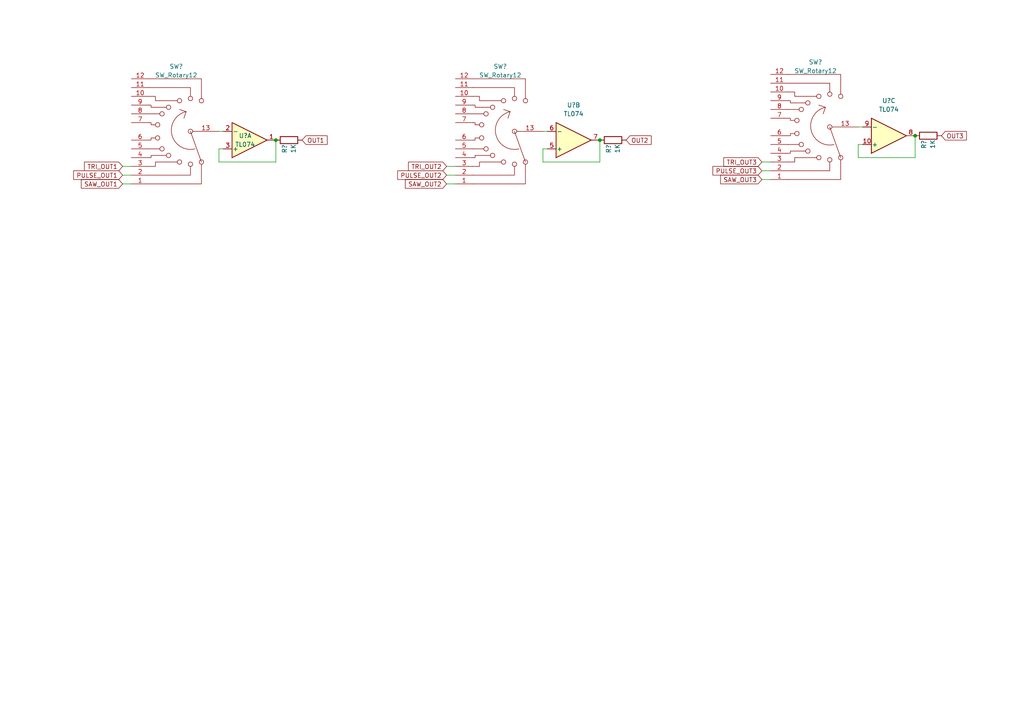
<source format=kicad_sch>
(kicad_sch (version 20211123) (generator eeschema)
  (paper "A4")
  (lib_symbols
    (symbol "Amplifier_Operational:TL074" (pin_names (offset 0.127))
      (property "Reference" "U" (at 0 5.08 0))
      (property "Value" "TL074" (at 0 -5.08 0))
      (symbol "TL074_1_1"
        (polyline (pts (xy -5.08 5.08) (xy 5.08 0) (xy -5.08 -5.08) (xy -5.08 5.08)) (stroke (width 0.254)) (fill (type background)))
        (pin output line (at 7.62 0 180) (length 2.54) (name "~") (number "1"))
        (pin input line (at -7.62 -2.54 0) (length 2.54) (name "-") (number "2"))
        (pin input line (at -7.62 2.54 0) (length 2.54) (name "+") (number "3"))
      )
      (symbol "TL074_2_1"
        (polyline (pts (xy -5.08 5.08) (xy 5.08 0) (xy -5.08 -5.08) (xy -5.08 5.08)) (stroke (width 0.254)) (fill (type background)))
        (pin input line (at -7.62 2.54 0) (length 2.54) (name "+") (number "5"))
        (pin input line (at -7.62 -2.54 0) (length 2.54) (name "-") (number "6"))
        (pin output line (at 7.62 0 180) (length 2.54) (name "~") (number "7"))
      )
      (symbol "TL074_3_1"
        (polyline (pts (xy -5.08 5.08) (xy 5.08 0) (xy -5.08 -5.08) (xy -5.08 5.08)) (stroke (width 0.254)) (fill (type background)))
        (pin input line (at -7.62 2.54 0) (length 2.54) (name "+") (number "10"))
        (pin output line (at 7.62 0 180) (length 2.54) (name "~") (number "8"))
        (pin input line (at -7.62 -2.54 0) (length 2.54) (name "-") (number "9"))
      )
      (symbol "TL074_4_1"
        (polyline (pts (xy -5.08 5.08) (xy 5.08 0) (xy -5.08 -5.08) (xy -5.08 5.08)) (stroke (width 0.254)) (fill (type background)))
        (pin input line (at -7.62 2.54 0) (length 2.54) (name "+") (number "12"))
        (pin input line (at -7.62 -2.54 0) (length 2.54) (name "-") (number "13"))
        (pin output line (at 7.62 0 180) (length 2.54) (name "~") (number "14"))
      )
      (symbol "TL074_5_1"
        (pin power_in line (at -2.54 -7.62 90) (length 3.81) (name "V-") (number "11"))
        (pin power_in line (at -2.54 7.62 270) (length 3.81) (name "V+") (number "4"))
      )
    )
    (symbol "Device:R" (pin_numbers hide) (pin_names (offset 0))
      (property "Reference" "R" (at 2.032 0 90))
      (property "Value" "R" (at 0 0 90))
      (symbol "R_0_1"
        (rectangle (start -1.016 -2.54) (end 1.016 2.54) (stroke (width 0.254)))
      )
      (symbol "R_1_1"
        (pin passive line (at 0 3.81 270) (length 1.27) (name "~") (number "1"))
        (pin passive line (at 0 -3.81 90) (length 1.27) (name "~") (number "2"))
      )
    )
    (symbol "Switch:SW_Rotary12" (pin_names (offset 1.016) hide)
      (property "Reference" "SW" (at 0 17.78 0))
      (property "Value" "SW_Rotary12" (at 0 -17.78 0))
      (symbol "SW_Rotary12_0_0"
        (circle (center -10.16 -8.89) (radius 0.635))
        (circle (center -10.16 8.89) (radius 0.635))
        (circle (center -6.985 -9.525) (radius 0.635))
        (circle (center -6.985 0) (radius 0.635))
        (circle (center -6.985 9.525) (radius 0.635))
        (arc (start -5.715 -5.715) (mid -1.5995 0.937) (end -8.255 5.08))
        (circle (center -3.81 -8.89) (radius 0.635))
        (circle (center -3.81 8.89) (radius 0.635))
        (circle (center -0.635 -6.985) (radius 0.635))
        (circle (center -0.635 6.985) (radius 0.635))
        (polyline (pts (xy -6.985 0) (xy -10.16 8.89)))
        (polyline (pts (xy -5.715 -5.715) (xy -5.08 -3.81)))
        (polyline (pts (xy -5.715 -5.715) (xy -3.81 -6.35)))
        (polyline (pts (xy 1.905 -5.08) (xy 5.08 -5.08)))
        (polyline (pts (xy 1.905 5.08) (xy 5.08 5.08)))
        (polyline (pts (xy -10.16 -9.525) (xy -10.16 -15.24) (xy 5.08 -15.24)))
        (polyline (pts (xy -10.16 9.525) (xy -10.16 15.24) (xy 5.08 15.24)))
        (polyline (pts (xy -6.985 -10.16) (xy -6.985 -12.7) (xy 5.08 -12.7)))
        (polyline (pts (xy -6.985 10.16) (xy -6.985 12.7) (xy 5.08 12.7)))
        (polyline (pts (xy -3.175 -8.89) (xy 3.175 -8.89) (xy 3.175 -10.16) (xy 5.08 -10.16)))
        (polyline (pts (xy -3.175 8.89) (xy 3.175 8.89) (xy 3.175 10.16) (xy 5.08 10.16)))
        (polyline (pts (xy 0 -6.985) (xy 4.445 -6.985) (xy 4.445 -7.62) (xy 5.08 -7.62)))
        (polyline (pts (xy 0 6.985) (xy 4.445 6.985) (xy 4.445 7.62) (xy 5.08 7.62)))
        (polyline (pts (xy 3.175 -1.905) (xy 4.445 -1.905) (xy 4.445 -2.54) (xy 5.08 -2.54)))
        (polyline (pts (xy 3.175 1.905) (xy 4.445 1.905) (xy 4.445 2.54) (xy 5.08 2.54)))
        (circle (center 1.27 -5.08) (radius 0.635))
        (circle (center 1.27 5.08) (radius 0.635))
        (circle (center 2.54 -1.905) (radius 0.635))
        (circle (center 2.54 1.905) (radius 0.635))
      )
      (symbol "SW_Rotary12_0_1"
        (pin passive line (at 10.16 15.24 180) (length 5.08) (name "1") (number "1"))
        (pin passive line (at 10.16 -10.16 180) (length 5.08) (name "10") (number "10"))
        (pin passive line (at 10.16 -12.7 180) (length 5.08) (name "11") (number "11"))
        (pin passive line (at 10.16 -15.24 180) (length 5.08) (name "12") (number "12"))
        (pin passive line (at -15.24 0 0) (length 7.62) (name "13") (number "13"))
        (pin passive line (at 10.16 12.7 180) (length 5.08) (name "2") (number "2"))
        (pin passive line (at 10.16 10.16 180) (length 5.08) (name "3") (number "3"))
        (pin passive line (at 10.16 7.62 180) (length 5.08) (name "4") (number "4"))
        (pin passive line (at 10.16 5.08 180) (length 5.08) (name "5") (number "5"))
        (pin passive line (at 10.16 2.54 180) (length 5.08) (name "6") (number "6"))
        (pin passive line (at 10.16 -2.54 180) (length 5.08) (name "7") (number "7"))
        (pin passive line (at 10.16 -5.08 180) (length 5.08) (name "8") (number "8"))
        (pin passive line (at 10.16 -7.62 180) (length 5.08) (name "9") (number "9"))
      )
    )
  )
  (junction (at 265.43 39.37))
  (junction (at 173.99 40.64))
  (junction (at 80.01 40.64))
  (wire (pts (xy 248.92 36.83) (xy 250.19 36.83)))
  (wire (pts (xy 129.54 53.34) (xy 132.08 53.34)))
  (wire (pts (xy 35.56 53.34) (xy 38.1 53.34)))
  (wire (pts (xy 173.99 46.99) (xy 157.48 46.99)))
  (wire (pts (xy 63.5 38.1) (xy 64.77 38.1)))
  (wire (pts (xy 35.56 48.26) (xy 38.1 48.26)))
  (wire (pts (xy 248.92 41.91) (xy 250.19 41.91)))
  (wire (pts (xy 63.5 46.99) (xy 63.5 43.18)))
  (wire (pts (xy 157.48 43.18) (xy 158.75 43.18)))
  (wire (pts (xy 157.48 46.99) (xy 157.48 43.18)))
  (wire (pts (xy 220.98 46.99) (xy 223.52 46.99)))
  (wire (pts (xy 80.01 40.64) (xy 80.01 46.99)))
  (wire (pts (xy 248.92 45.72) (xy 248.92 41.91)))
  (wire (pts (xy 220.98 49.53) (xy 223.52 49.53)))
  (wire (pts (xy 157.48 38.1) (xy 158.75 38.1)))
  (wire (pts (xy 63.5 43.18) (xy 64.77 43.18)))
  (wire (pts (xy 35.56 50.8) (xy 38.1 50.8)))
  (wire (pts (xy 265.43 39.37) (xy 265.43 45.72)))
  (wire (pts (xy 129.54 50.8) (xy 132.08 50.8)))
  (wire (pts (xy 220.98 52.07) (xy 223.52 52.07)))
  (wire (pts (xy 129.54 48.26) (xy 132.08 48.26)))
  (wire (pts (xy 265.43 45.72) (xy 248.92 45.72)))
  (wire (pts (xy 173.99 40.64) (xy 173.99 46.99)))
  (wire (pts (xy 80.01 46.99) (xy 63.5 46.99)))
  (global_label "PULSE_OUT1" (shape input) (at 35.56 50.8 180) (property "Intersheet References" "${INTERSHEET_REFS}" (effects hide)))
  (global_label "TRI_OUT3" (shape input) (at 220.98 46.99 180) (property "Intersheet References" "${INTERSHEET_REFS}" (effects hide)))
  (global_label "OUT1" (shape input) (at 87.63 40.64 0) (property "Intersheet References" "${INTERSHEET_REFS}" (effects hide)))
  (global_label "SAW_OUT2" (shape input) (at 129.54 53.34 180) (property "Intersheet References" "${INTERSHEET_REFS}" (effects hide)))
  (global_label "OUT3" (shape input) (at 273.05 39.37 0) (property "Intersheet References" "${INTERSHEET_REFS}" (effects hide)))
  (global_label "SAW_OUT3" (shape input) (at 220.98 52.07 180) (property "Intersheet References" "${INTERSHEET_REFS}" (effects hide)))
  (global_label "PULSE_OUT2" (shape input) (at 129.54 50.8 180) (property "Intersheet References" "${INTERSHEET_REFS}" (effects hide)))
  (global_label "TRI_OUT2" (shape input) (at 129.54 48.26 180) (property "Intersheet References" "${INTERSHEET_REFS}" (effects hide)))
  (global_label "SAW_OUT1" (shape input) (at 35.56 53.34 180) (property "Intersheet References" "${INTERSHEET_REFS}" (effects hide)))
  (global_label "OUT2" (shape input) (at 181.61 40.64 0) (property "Intersheet References" "${INTERSHEET_REFS}" (effects hide)))
  (global_label "PULSE_OUT3" (shape input) (at 220.98 49.53 180) (property "Intersheet References" "${INTERSHEET_REFS}" (effects hide)))
  (global_label "TRI_OUT1" (shape input) (at 35.56 48.26 180) (property "Intersheet References" "${INTERSHEET_REFS}" (effects hide)))
  (symbol (lib_id "Device:R") (at 269.24 39.37 90) (unit 1)
    (property "Reference" "R?" (at 267.97 43.18 0) (effects (justify left)))
    (property "Value" "1K" (at 270.51 43.18 0) (effects (justify left)))
  )
  (symbol (lib_id "Amplifier_Operational:TL074") (at 72.39 40.64 0) (mirror x) (unit 1)
    (property "Reference" "U?" (at 71.12 39.3731 0))
    (property "Value" "TL074" (at 71.12 41.91 0))
    (property "Datasheet" "http://www.ti.com/lit/ds/symlink/tl071.pdf" (effects hide))
  )
  (symbol (lib_id "Switch:SW_Rotary12") (at 48.26 38.1 180) (unit 1)
    (property "Reference" "SW?" (at 51.1175 19.2872 0))
    (property "Value" "SW_Rotary12" (at 51.1175 21.8241 0))
    (property "Datasheet" "http://cdn-reichelt.de/documents/datenblatt/C200/DS-Serie%23LOR.pdf" (effects hide))
  )
  (symbol (lib_id "Device:R") (at 177.8 40.64 90) (unit 1)
    (property "Reference" "R?" (at 176.53 44.45 0) (effects (justify left)))
    (property "Value" "1K" (at 179.07 44.45 0) (effects (justify left)))
  )
  (symbol (lib_id "Switch:SW_Rotary12") (at 233.68 36.83 180) (unit 1)
    (property "Reference" "SW?" (at 236.5375 18.0172 0))
    (property "Value" "SW_Rotary12" (at 236.5375 20.5541 0))
    (property "Datasheet" "http://cdn-reichelt.de/documents/datenblatt/C200/DS-Serie%23LOR.pdf" (effects hide))
  )
  (symbol (lib_id "Device:R") (at 83.82 40.64 90) (unit 1)
    (property "Reference" "R?" (at 82.55 44.45 0) (effects (justify left)))
    (property "Value" "1K" (at 85.09 44.45 0) (effects (justify left)))
  )
  (symbol (lib_id "Switch:SW_Rotary12") (at 142.24 38.1 180) (unit 1)
    (property "Reference" "SW?" (at 145.0975 19.2872 0))
    (property "Value" "SW_Rotary12" (at 145.0975 21.8241 0))
    (property "Datasheet" "http://cdn-reichelt.de/documents/datenblatt/C200/DS-Serie%23LOR.pdf" (effects hide))
  )
  (symbol (lib_id "Amplifier_Operational:TL074") (at 257.81 39.37 0) (mirror x) (unit 3)
    (property "Reference" "U?" (at 257.81 29.21 0))
    (property "Value" "TL074" (at 257.81 31.75 0))
    (property "Datasheet" "http://www.ti.com/lit/ds/symlink/tl071.pdf" (effects hide))
  )
  (symbol (lib_id "Amplifier_Operational:TL074") (at 166.37 40.64 0) (mirror x) (unit 2)
    (property "Reference" "U?" (at 166.37 30.48 0))
    (property "Value" "TL074" (at 166.37 33.02 0))
    (property "Datasheet" "http://www.ti.com/lit/ds/symlink/tl071.pdf" (effects hide))
  )
)
</source>
